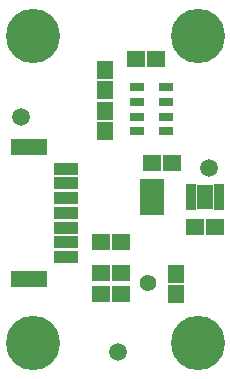
<source format=gbr>
G04 #@! TF.FileFunction,Soldermask,Top*
%FSLAX46Y46*%
G04 Gerber Fmt 4.6, Leading zero omitted, Abs format (unit mm)*
G04 Created by KiCad (PCBNEW 4.0.7) date Wednesday, June 20, 2018 'AMt' 09:54:31 AM*
%MOMM*%
%LPD*%
G01*
G04 APERTURE LIST*
%ADD10C,0.100000*%
%ADD11C,1.424000*%
%ADD12R,1.400000X1.500000*%
%ADD13R,1.500000X1.400000*%
%ADD14C,4.600000*%
%ADD15R,1.300000X0.700000*%
%ADD16R,0.950000X0.650000*%
%ADD17R,1.400000X2.100000*%
%ADD18R,0.750000X1.600000*%
%ADD19R,2.100000X1.000000*%
%ADD20R,3.100000X1.400000*%
%ADD21C,1.500000*%
G04 APERTURE END LIST*
D10*
D11*
X232800000Y-123900000D03*
D12*
X229107200Y-107602800D03*
X229107200Y-105902800D03*
D13*
X238450000Y-119200000D03*
X236750000Y-119200000D03*
X231750000Y-105000000D03*
X233450000Y-105000000D03*
X233097136Y-113790010D03*
X234797136Y-113790010D03*
D12*
X229107200Y-111108000D03*
X229107200Y-109408000D03*
D13*
X230465466Y-124860098D03*
X228765466Y-124860098D03*
X230465466Y-123132898D03*
X228765466Y-123132898D03*
D14*
X223000000Y-129000000D03*
X223000000Y-103000000D03*
X237000000Y-103000000D03*
X237000000Y-129000000D03*
D12*
X235100000Y-124900000D03*
X235100000Y-123200000D03*
D13*
X230450000Y-120500000D03*
X228750000Y-120500000D03*
D15*
X231800000Y-107350000D03*
X231800000Y-108600000D03*
X231800000Y-109850000D03*
X231800000Y-111100000D03*
X234300000Y-111100000D03*
X234300000Y-109850000D03*
X234300000Y-108600000D03*
X234300000Y-107350000D03*
D16*
X236425000Y-115900000D03*
X236425000Y-116400000D03*
X236425000Y-116900000D03*
X236425000Y-117400000D03*
X238775000Y-117400000D03*
X238775000Y-116900000D03*
X238775000Y-116400000D03*
X238775000Y-115900000D03*
D17*
X237600000Y-116650000D03*
D18*
X232447136Y-117419210D03*
X233097136Y-117419210D03*
X233747136Y-117419210D03*
X233747136Y-115919210D03*
X233097136Y-115919210D03*
X232447136Y-115919210D03*
D19*
X225850000Y-114250000D03*
X225850000Y-115500000D03*
X225850000Y-116750000D03*
X225850000Y-118000000D03*
X225850000Y-119250000D03*
X225850000Y-120500000D03*
X225850000Y-121750000D03*
D20*
X222650000Y-112400000D03*
X222650000Y-123600000D03*
D21*
X230251000Y-129794000D03*
X237947200Y-114167920D03*
X221996000Y-109855000D03*
M02*

</source>
